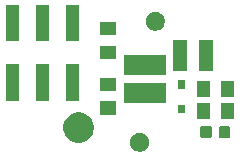
<source format=gbr>
G04 #@! TF.GenerationSoftware,KiCad,Pcbnew,5.1.5-52549c5~84~ubuntu18.04.1*
G04 #@! TF.CreationDate,2020-03-23T20:50:24+05:30*
G04 #@! TF.ProjectId,L80_adapter,4c38305f-6164-4617-9074-65722e6b6963,rev?*
G04 #@! TF.SameCoordinates,Original*
G04 #@! TF.FileFunction,Soldermask,Bot*
G04 #@! TF.FilePolarity,Negative*
%FSLAX46Y46*%
G04 Gerber Fmt 4.6, Leading zero omitted, Abs format (unit mm)*
G04 Created by KiCad (PCBNEW 5.1.5-52549c5~84~ubuntu18.04.1) date 2020-03-23 20:50:24*
%MOMM*%
%LPD*%
G04 APERTURE LIST*
%ADD10C,0.100000*%
G04 APERTURE END LIST*
D10*
G36*
X105389642Y-100474181D02*
G01*
X105535414Y-100534562D01*
X105535416Y-100534563D01*
X105666608Y-100622222D01*
X105778178Y-100733792D01*
X105865837Y-100864984D01*
X105865838Y-100864986D01*
X105926219Y-101010758D01*
X105957000Y-101165507D01*
X105957000Y-101323293D01*
X105926219Y-101478042D01*
X105865838Y-101623814D01*
X105865837Y-101623816D01*
X105778178Y-101755008D01*
X105666608Y-101866578D01*
X105535416Y-101954237D01*
X105535415Y-101954238D01*
X105535414Y-101954238D01*
X105389642Y-102014619D01*
X105234893Y-102045400D01*
X105077107Y-102045400D01*
X104922358Y-102014619D01*
X104776586Y-101954238D01*
X104776585Y-101954238D01*
X104776584Y-101954237D01*
X104645392Y-101866578D01*
X104533822Y-101755008D01*
X104446163Y-101623816D01*
X104446162Y-101623814D01*
X104385781Y-101478042D01*
X104355000Y-101323293D01*
X104355000Y-101165507D01*
X104385781Y-101010758D01*
X104446162Y-100864986D01*
X104446163Y-100864984D01*
X104533822Y-100733792D01*
X104645392Y-100622222D01*
X104776584Y-100534563D01*
X104776586Y-100534562D01*
X104922358Y-100474181D01*
X105077107Y-100443400D01*
X105234893Y-100443400D01*
X105389642Y-100474181D01*
G37*
G36*
X100379487Y-98748996D02*
G01*
X100616253Y-98847068D01*
X100616255Y-98847069D01*
X100829339Y-98989447D01*
X101010553Y-99170661D01*
X101152932Y-99383747D01*
X101251004Y-99620513D01*
X101301000Y-99871861D01*
X101301000Y-100128139D01*
X101251004Y-100379487D01*
X101186769Y-100534563D01*
X101152931Y-100616255D01*
X101010553Y-100829339D01*
X100829339Y-101010553D01*
X100616255Y-101152931D01*
X100616254Y-101152932D01*
X100616253Y-101152932D01*
X100379487Y-101251004D01*
X100128139Y-101301000D01*
X99871861Y-101301000D01*
X99620513Y-101251004D01*
X99383747Y-101152932D01*
X99383746Y-101152932D01*
X99383745Y-101152931D01*
X99170661Y-101010553D01*
X98989447Y-100829339D01*
X98847069Y-100616255D01*
X98813231Y-100534563D01*
X98748996Y-100379487D01*
X98699000Y-100128139D01*
X98699000Y-99871861D01*
X98748996Y-99620513D01*
X98847068Y-99383747D01*
X98989447Y-99170661D01*
X99170661Y-98989447D01*
X99383745Y-98847069D01*
X99383747Y-98847068D01*
X99620513Y-98748996D01*
X99871861Y-98699000D01*
X100128139Y-98699000D01*
X100379487Y-98748996D01*
G37*
G36*
X112699091Y-99871585D02*
G01*
X112733069Y-99881893D01*
X112764390Y-99898634D01*
X112791839Y-99921161D01*
X112814366Y-99948610D01*
X112831107Y-99979931D01*
X112841415Y-100013909D01*
X112845500Y-100055390D01*
X112845500Y-100731610D01*
X112841415Y-100773091D01*
X112831107Y-100807069D01*
X112814366Y-100838390D01*
X112791839Y-100865839D01*
X112764390Y-100888366D01*
X112733069Y-100905107D01*
X112699091Y-100915415D01*
X112657610Y-100919500D01*
X112056390Y-100919500D01*
X112014909Y-100915415D01*
X111980931Y-100905107D01*
X111949610Y-100888366D01*
X111922161Y-100865839D01*
X111899634Y-100838390D01*
X111882893Y-100807069D01*
X111872585Y-100773091D01*
X111868500Y-100731610D01*
X111868500Y-100055390D01*
X111872585Y-100013909D01*
X111882893Y-99979931D01*
X111899634Y-99948610D01*
X111922161Y-99921161D01*
X111949610Y-99898634D01*
X111980931Y-99881893D01*
X112014909Y-99871585D01*
X112056390Y-99867500D01*
X112657610Y-99867500D01*
X112699091Y-99871585D01*
G37*
G36*
X111124091Y-99871585D02*
G01*
X111158069Y-99881893D01*
X111189390Y-99898634D01*
X111216839Y-99921161D01*
X111239366Y-99948610D01*
X111256107Y-99979931D01*
X111266415Y-100013909D01*
X111270500Y-100055390D01*
X111270500Y-100731610D01*
X111266415Y-100773091D01*
X111256107Y-100807069D01*
X111239366Y-100838390D01*
X111216839Y-100865839D01*
X111189390Y-100888366D01*
X111158069Y-100905107D01*
X111124091Y-100915415D01*
X111082610Y-100919500D01*
X110481390Y-100919500D01*
X110439909Y-100915415D01*
X110405931Y-100905107D01*
X110374610Y-100888366D01*
X110347161Y-100865839D01*
X110324634Y-100838390D01*
X110307893Y-100807069D01*
X110297585Y-100773091D01*
X110293500Y-100731610D01*
X110293500Y-100055390D01*
X110297585Y-100013909D01*
X110307893Y-99979931D01*
X110324634Y-99948610D01*
X110347161Y-99921161D01*
X110374610Y-99898634D01*
X110405931Y-99881893D01*
X110439909Y-99871585D01*
X110481390Y-99867500D01*
X111082610Y-99867500D01*
X111124091Y-99871585D01*
G37*
G36*
X111120500Y-99291500D02*
G01*
X110018500Y-99291500D01*
X110018500Y-97939500D01*
X111120500Y-97939500D01*
X111120500Y-99291500D01*
G37*
G36*
X113120500Y-99291500D02*
G01*
X112018500Y-99291500D01*
X112018500Y-97939500D01*
X113120500Y-97939500D01*
X113120500Y-99291500D01*
G37*
G36*
X103165000Y-98896500D02*
G01*
X101813000Y-98896500D01*
X101813000Y-97794500D01*
X103165000Y-97794500D01*
X103165000Y-98896500D01*
G37*
G36*
X108988000Y-98810000D02*
G01*
X108436000Y-98810000D01*
X108436000Y-98108000D01*
X108988000Y-98108000D01*
X108988000Y-98810000D01*
G37*
G36*
X107344875Y-96235942D02*
G01*
X107357937Y-96239904D01*
X107369965Y-96246333D01*
X107380511Y-96254989D01*
X107389167Y-96265535D01*
X107395596Y-96277563D01*
X107399558Y-96290625D01*
X107401500Y-96310341D01*
X107401500Y-97859659D01*
X107399558Y-97879375D01*
X107395596Y-97892437D01*
X107389167Y-97904465D01*
X107380511Y-97915011D01*
X107369965Y-97923667D01*
X107357937Y-97930096D01*
X107344875Y-97934058D01*
X107325159Y-97936000D01*
X103875841Y-97936000D01*
X103856125Y-97934058D01*
X103843063Y-97930096D01*
X103831035Y-97923667D01*
X103820489Y-97915011D01*
X103811833Y-97904465D01*
X103805404Y-97892437D01*
X103801442Y-97879375D01*
X103799500Y-97859659D01*
X103799500Y-96310341D01*
X103801442Y-96290625D01*
X103805404Y-96277563D01*
X103811833Y-96265535D01*
X103820489Y-96254989D01*
X103831035Y-96246333D01*
X103843063Y-96239904D01*
X103856125Y-96235942D01*
X103875841Y-96234000D01*
X107325159Y-96234000D01*
X107344875Y-96235942D01*
G37*
G36*
X94975500Y-97733500D02*
G01*
X93873500Y-97733500D01*
X93873500Y-94631500D01*
X94975500Y-94631500D01*
X94975500Y-97733500D01*
G37*
G36*
X97515500Y-97733500D02*
G01*
X96413500Y-97733500D01*
X96413500Y-94631500D01*
X97515500Y-94631500D01*
X97515500Y-97733500D01*
G37*
G36*
X100055500Y-97733500D02*
G01*
X98953500Y-97733500D01*
X98953500Y-94631500D01*
X100055500Y-94631500D01*
X100055500Y-97733500D01*
G37*
G36*
X113120500Y-97386500D02*
G01*
X112018500Y-97386500D01*
X112018500Y-96034500D01*
X113120500Y-96034500D01*
X113120500Y-97386500D01*
G37*
G36*
X111120500Y-97386500D02*
G01*
X110018500Y-97386500D01*
X110018500Y-96034500D01*
X111120500Y-96034500D01*
X111120500Y-97386500D01*
G37*
G36*
X103165000Y-96896500D02*
G01*
X101813000Y-96896500D01*
X101813000Y-95794500D01*
X103165000Y-95794500D01*
X103165000Y-96896500D01*
G37*
G36*
X108988000Y-96710000D02*
G01*
X108436000Y-96710000D01*
X108436000Y-96008000D01*
X108988000Y-96008000D01*
X108988000Y-96710000D01*
G37*
G36*
X107344875Y-93835942D02*
G01*
X107357937Y-93839904D01*
X107369965Y-93846333D01*
X107380511Y-93854989D01*
X107389167Y-93865535D01*
X107395596Y-93877563D01*
X107399558Y-93890625D01*
X107401500Y-93910341D01*
X107401500Y-95459659D01*
X107399558Y-95479375D01*
X107395596Y-95492437D01*
X107389167Y-95504465D01*
X107380511Y-95515011D01*
X107369965Y-95523667D01*
X107357937Y-95530096D01*
X107344875Y-95534058D01*
X107325159Y-95536000D01*
X103875841Y-95536000D01*
X103856125Y-95534058D01*
X103843063Y-95530096D01*
X103831035Y-95523667D01*
X103820489Y-95515011D01*
X103811833Y-95504465D01*
X103805404Y-95492437D01*
X103801442Y-95479375D01*
X103799500Y-95459659D01*
X103799500Y-93910341D01*
X103801442Y-93890625D01*
X103805404Y-93877563D01*
X103811833Y-93865535D01*
X103820489Y-93854989D01*
X103831035Y-93846333D01*
X103843063Y-93839904D01*
X103856125Y-93835942D01*
X103875841Y-93834000D01*
X107325159Y-93834000D01*
X107344875Y-93835942D01*
G37*
G36*
X111345500Y-95242500D02*
G01*
X110183500Y-95242500D01*
X110183500Y-92590500D01*
X111345500Y-92590500D01*
X111345500Y-95242500D01*
G37*
G36*
X109145500Y-95242500D02*
G01*
X107983500Y-95242500D01*
X107983500Y-92590500D01*
X109145500Y-92590500D01*
X109145500Y-95242500D01*
G37*
G36*
X103165000Y-94197500D02*
G01*
X101813000Y-94197500D01*
X101813000Y-93095500D01*
X103165000Y-93095500D01*
X103165000Y-94197500D01*
G37*
G36*
X100055500Y-92693500D02*
G01*
X98953500Y-92693500D01*
X98953500Y-89591500D01*
X100055500Y-89591500D01*
X100055500Y-92693500D01*
G37*
G36*
X97515500Y-92693500D02*
G01*
X96413500Y-92693500D01*
X96413500Y-89591500D01*
X97515500Y-89591500D01*
X97515500Y-92693500D01*
G37*
G36*
X94975500Y-92693500D02*
G01*
X93873500Y-92693500D01*
X93873500Y-89591500D01*
X94975500Y-89591500D01*
X94975500Y-92693500D01*
G37*
G36*
X103165000Y-92197500D02*
G01*
X101813000Y-92197500D01*
X101813000Y-91095500D01*
X103165000Y-91095500D01*
X103165000Y-92197500D01*
G37*
G36*
X106723142Y-90225281D02*
G01*
X106868914Y-90285662D01*
X106868916Y-90285663D01*
X107000108Y-90373322D01*
X107111678Y-90484892D01*
X107199337Y-90616084D01*
X107199338Y-90616086D01*
X107259719Y-90761858D01*
X107290500Y-90916607D01*
X107290500Y-91074393D01*
X107259719Y-91229142D01*
X107199338Y-91374914D01*
X107199337Y-91374916D01*
X107111678Y-91506108D01*
X107000108Y-91617678D01*
X106868916Y-91705337D01*
X106868915Y-91705338D01*
X106868914Y-91705338D01*
X106723142Y-91765719D01*
X106568393Y-91796500D01*
X106410607Y-91796500D01*
X106255858Y-91765719D01*
X106110086Y-91705338D01*
X106110085Y-91705338D01*
X106110084Y-91705337D01*
X105978892Y-91617678D01*
X105867322Y-91506108D01*
X105779663Y-91374916D01*
X105779662Y-91374914D01*
X105719281Y-91229142D01*
X105688500Y-91074393D01*
X105688500Y-90916607D01*
X105719281Y-90761858D01*
X105779662Y-90616086D01*
X105779663Y-90616084D01*
X105867322Y-90484892D01*
X105978892Y-90373322D01*
X106110084Y-90285663D01*
X106110086Y-90285662D01*
X106255858Y-90225281D01*
X106410607Y-90194500D01*
X106568393Y-90194500D01*
X106723142Y-90225281D01*
G37*
M02*

</source>
